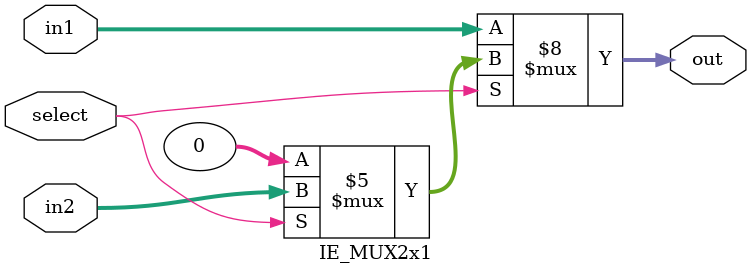
<source format=v>
`timescale 1ns / 1ps
module IE_MUX2x1(
input wire [31:0] in1,in2,
output reg [31:0] out,
input wire select
);

always@(*)
begin
if(select==0)
out<=in1;
else if (select == 1)
out<=in2;
else 
out<=0;
end

endmodule

</source>
